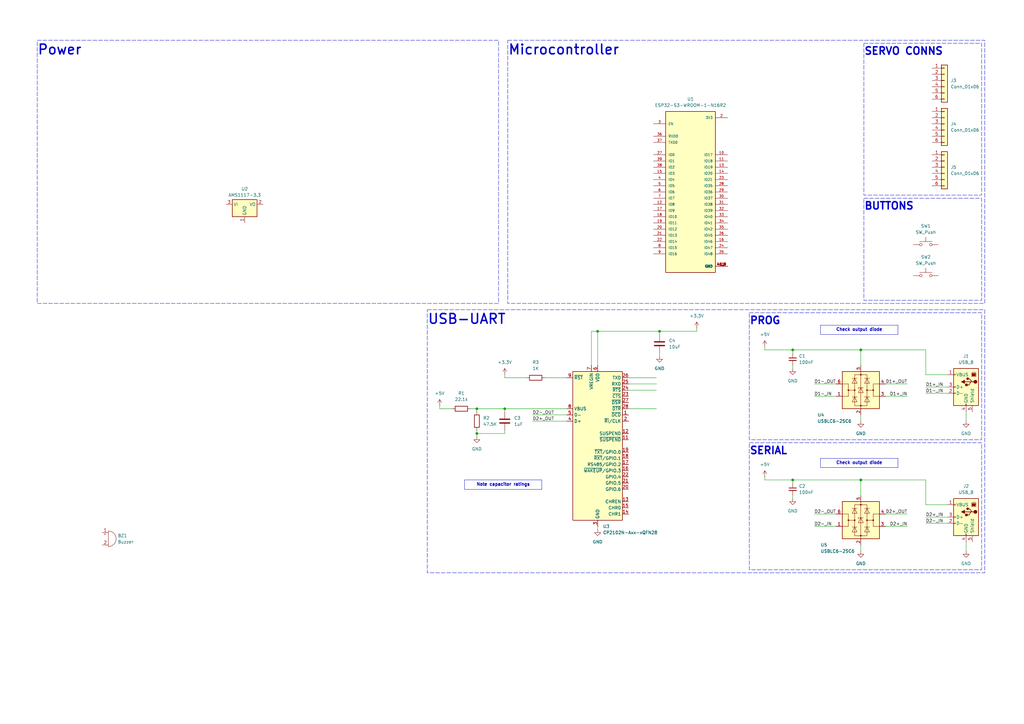
<source format=kicad_sch>
(kicad_sch (version 20230121) (generator eeschema)
  (paper "A3")
  (title_block (title "GDIP TEST TUBE HARDWARE ") (date "2023-11-03") (rev "Issue A"))
  (lib_symbols
    (symbol "Connector:USB_B" (pin_names (offset 1.016))
      (property "Reference" "J" (at -5.08 11.43 0))
      (property "Value" "USB_B" (at -5.08 8.89 0))
      (symbol "USB_B_0_1"
        (rectangle (start -5.08 -7.62) (end 5.08 7.62) (stroke (width 0.254)) (fill (type background)))
        (circle (center -3.81 2.159) (radius 0.635) (stroke (width 0.254)) (fill (type outline)))
        (rectangle (start -3.81 5.588) (end -2.54 4.572) (fill (type outline)))
        (circle (center -0.635 3.429) (radius 0.381) (stroke (width 0.254)) (fill (type outline)))
        (rectangle (start -0.127 -7.62) (end 0.127 -6.858))
        (polyline (pts (xy -1.905 2.159) (xy 0.635 2.159)) (stroke (width 0.254)))
        (polyline (pts (xy -3.175 2.159) (xy -2.54 2.159) (xy -1.27 3.429) (xy -0.635 3.429)) (stroke (width 0.254)))
        (polyline (pts (xy -2.54 2.159) (xy -1.905 2.159) (xy -1.27 0.889) (xy 0 0.889)) (stroke (width 0.254)))
        (polyline (pts (xy 0.635 2.794) (xy 0.635 1.524) (xy 1.905 2.159) (xy 0.635 2.794)) (stroke (width 0.254)) (fill (type outline)))
        (polyline (pts (xy -4.064 4.318) (xy -2.286 4.318) (xy -2.286 5.715) (xy -2.667 6.096) (xy -3.683 6.096) (xy -4.064 5.715) (xy -4.064 4.318)))
        (rectangle (start 0.254 1.27) (end -0.508 0.508) (stroke (width 0.254)) (fill (type outline)))
        (rectangle (start 5.08 -2.667) (end 4.318 -2.413))
        (rectangle (start 5.08 -0.127) (end 4.318 0.127))
        (rectangle (start 5.08 4.953) (end 4.318 5.207))
      )
      (symbol "USB_B_1_1"
        (pin power_out line (at 7.62 5.08 180) (length 2.54) (name "VBUS") (number "1"))
        (pin bidirectional line (at 7.62 -2.54 180) (length 2.54) (name "D-") (number "2"))
        (pin bidirectional line (at 7.62 0 180) (length 2.54) (name "D+") (number "3"))
        (pin power_out line (at 0 -10.16 90) (length 2.54) (name "GND") (number "4"))
        (pin passive line (at -2.54 -10.16 90) (length 2.54) (name "Shield") (number "5"))
      )
    )
    (symbol "Connector_Generic:Conn_01x06" (pin_names (offset 1.016) hide)
      (property "Reference" "J" (at 0 7.62 0))
      (property "Value" "Conn_01x06" (at 0 -10.16 0))
      (symbol "Conn_01x06_1_1"
        (rectangle (start -1.27 -7.493) (end 0 -7.747) (stroke (width 0.1524)))
        (rectangle (start -1.27 -4.953) (end 0 -5.207) (stroke (width 0.1524)))
        (rectangle (start -1.27 -2.413) (end 0 -2.667) (stroke (width 0.1524)))
        (rectangle (start -1.27 0.127) (end 0 -0.127) (stroke (width 0.1524)))
        (rectangle (start -1.27 2.667) (end 0 2.413) (stroke (width 0.1524)))
        (rectangle (start -1.27 5.207) (end 0 4.953) (stroke (width 0.1524)))
        (rectangle (start -1.27 6.35) (end 1.27 -8.89) (stroke (width 0.254)) (fill (type background)))
        (pin passive line (at -5.08 5.08 0) (length 3.81) (name "Pin_1") (number "1"))
        (pin passive line (at -5.08 2.54 0) (length 3.81) (name "Pin_2") (number "2"))
        (pin passive line (at -5.08 0 0) (length 3.81) (name "Pin_3") (number "3"))
        (pin passive line (at -5.08 -2.54 0) (length 3.81) (name "Pin_4") (number "4"))
        (pin passive line (at -5.08 -5.08 0) (length 3.81) (name "Pin_5") (number "5"))
        (pin passive line (at -5.08 -7.62 0) (length 3.81) (name "Pin_6") (number "6"))
      )
    )
    (symbol "Device:Buzzer" (pin_names (offset 0.0254) hide)
      (property "Reference" "BZ" (at 3.81 1.27 0))
      (property "Value" "Buzzer" (at 3.81 -1.27 0))
      (symbol "Buzzer_0_1"
        (arc (start 0 -3.175) (mid 3.1612 0) (end 0 3.175))
        (polyline (pts (xy -1.651 1.905) (xy -1.143 1.905)))
        (polyline (pts (xy -1.397 2.159) (xy -1.397 1.651)))
        (polyline (pts (xy 0 3.175) (xy 0 -3.175)))
      )
      (symbol "Buzzer_1_1"
        (pin passive line (at -2.54 2.54 0) (length 2.54) (name "-") (number "1"))
        (pin passive line (at -2.54 -2.54 0) (length 2.54) (name "+") (number "2"))
      )
    )
    (symbol "Device:C" (pin_numbers hide) (pin_names (offset 0.254))
      (property "Reference" "C" (at 0.635 2.54 0))
      (property "Value" "C" (at 0.635 -2.54 0))
      (symbol "C_0_1"
        (polyline (pts (xy -2.032 -0.762) (xy 2.032 -0.762)) (stroke (width 0.508)))
        (polyline (pts (xy -2.032 0.762) (xy 2.032 0.762)) (stroke (width 0.508)))
      )
      (symbol "C_1_1"
        (pin passive line (at 0 3.81 270) (length 2.794) (name "~") (number "1"))
        (pin passive line (at 0 -3.81 90) (length 2.794) (name "~") (number "2"))
      )
    )
    (symbol "Device:C_Small" (pin_numbers hide) (pin_names (offset 0.254) hide)
      (property "Reference" "C" (at 0.254 1.778 0))
      (property "Value" "C_Small" (at 0.254 -2.032 0))
      (symbol "C_Small_0_1"
        (polyline (pts (xy -1.524 -0.508) (xy 1.524 -0.508)) (stroke (width 0.3302)))
        (polyline (pts (xy -1.524 0.508) (xy 1.524 0.508)) (stroke (width 0.3048)))
      )
      (symbol "C_Small_1_1"
        (pin passive line (at 0 2.54 270) (length 2.032) (name "~") (number "1"))
        (pin passive line (at 0 -2.54 90) (length 2.032) (name "~") (number "2"))
      )
    )
    (symbol "Device:R" (pin_numbers hide) (pin_names (offset 0))
      (property "Reference" "R" (at 2.032 0 90))
      (property "Value" "R" (at 0 0 90))
      (symbol "R_0_1"
        (rectangle (start -1.016 -2.54) (end 1.016 2.54) (stroke (width 0.254)))
      )
      (symbol "R_1_1"
        (pin passive line (at 0 3.81 270) (length 1.27) (name "~") (number "1"))
        (pin passive line (at 0 -3.81 90) (length 1.27) (name "~") (number "2"))
      )
    )
    (symbol "Interface_USB:CP2102N-Axx-xQFN28"
      (property "Reference" "U" (at -8.89 31.75 0))
      (property "Value" "CP2102N-Axx-xQFN28" (at 12.7 31.75 0))
      (symbol "CP2102N-Axx-xQFN28_0_1"
        (rectangle (start -10.16 30.48) (end 10.16 -30.48) (stroke (width 0.254)) (fill (type background)))
      )
      (symbol "CP2102N-Axx-xQFN28_1_1"
        (pin input line (at 12.7 12.7 180) (length 2.54) (name "~{DCD}") (number "1"))
        (pin no_connect line (at -10.16 -27.94 0) (length 2.54) hide (name "NC") (number "10"))
        (pin output line (at 12.7 2.54 180) (length 2.54) (name "~{SUSPEND}") (number "11"))
        (pin output line (at 12.7 5.08 180) (length 2.54) (name "SUSPEND") (number "12"))
        (pin output line (at 12.7 -22.86 180) (length 2.54) (name "CHREN") (number "13"))
        (pin output line (at 12.7 -27.94 180) (length 2.54) (name "CHR1") (number "14"))
        (pin output line (at 12.7 -25.4 180) (length 2.54) (name "CHR0") (number "15"))
        (pin bidirectional line (at 12.7 -10.16 180) (length 2.54) (name "~{WAKEUP}/GPIO.3") (number "16"))
        (pin bidirectional line (at 12.7 -7.62 180) (length 2.54) (name "RS485/GPIO.2") (number "17"))
        (pin bidirectional line (at 12.7 -5.08 180) (length 2.54) (name "~{RXT}/GPIO.1") (number "18"))
        (pin bidirectional line (at 12.7 -2.54 180) (length 2.54) (name "~{TXT}/GPIO.0") (number "19"))
        (pin bidirectional line (at 12.7 10.16 180) (length 2.54) (name "~{RI}/CLK") (number "2"))
        (pin bidirectional line (at 12.7 -17.78 180) (length 2.54) (name "GPIO.6") (number "20"))
        (pin bidirectional line (at 12.7 -15.24 180) (length 2.54) (name "GPIO.5") (number "21"))
        (pin bidirectional line (at 12.7 -12.7 180) (length 2.54) (name "GPIO.4") (number "22"))
        (pin input line (at 12.7 20.32 180) (length 2.54) (name "~{CTS}") (number "23"))
        (pin output line (at 12.7 22.86 180) (length 2.54) (name "~{RTS}") (number "24"))
        (pin input line (at 12.7 25.4 180) (length 2.54) (name "RXD") (number "25"))
        (pin output line (at 12.7 27.94 180) (length 2.54) (name "TXD") (number "26"))
        (pin input line (at 12.7 17.78 180) (length 2.54) (name "~{DSR}") (number "27"))
        (pin output line (at 12.7 15.24 180) (length 2.54) (name "~{DTR}") (number "28"))
        (pin passive line (at 0 -33.02 90) (length 2.54) hide (name "GND") (number "29"))
        (pin power_in line (at 0 -33.02 90) (length 2.54) (name "GND") (number "3"))
        (pin bidirectional line (at -12.7 10.16 0) (length 2.54) (name "D+") (number "4"))
        (pin bidirectional line (at -12.7 12.7 0) (length 2.54) (name "D-") (number "5"))
        (pin power_in line (at 0 33.02 270) (length 2.54) (name "VDD") (number "6"))
        (pin power_in line (at -2.54 33.02 270) (length 2.54) (name "VREGIN") (number "7"))
        (pin input line (at -12.7 15.24 0) (length 2.54) (name "VBUS") (number "8"))
        (pin input line (at -12.7 27.94 0) (length 2.54) (name "~{RST}") (number "9"))
      )
    )
    (symbol "Power_Protection:USBLC6-2SC6" (pin_names hide)
      (property "Reference" "U" (at 2.54 8.89 0))
      (property "Value" "USBLC6-2SC6" (at 2.54 -8.89 0))
      (symbol "USBLC6-2SC6_0_1"
        (rectangle (start -7.62 -7.62) (end 7.62 7.62) (stroke (width 0.254)) (fill (type background)))
        (circle (center -5.08 0) (radius 0.254) (fill (type outline)))
        (circle (center -2.54 0) (radius 0.254) (fill (type outline)))
        (rectangle (start -2.54 6.35) (end 2.54 -6.35))
        (circle (center 0 -6.35) (radius 0.254) (fill (type outline)))
        (polyline (pts (xy -5.08 -2.54) (xy -7.62 -2.54)))
        (polyline (pts (xy -5.08 0) (xy -5.08 -2.54)))
        (polyline (pts (xy -5.08 2.54) (xy -7.62 2.54)))
        (polyline (pts (xy -1.524 -2.794) (xy -3.556 -2.794)))
        (polyline (pts (xy -1.524 4.826) (xy -3.556 4.826)))
        (polyline (pts (xy 0 -7.62) (xy 0 -6.35)))
        (polyline (pts (xy 0 -6.35) (xy 0 1.27)))
        (polyline (pts (xy 0 1.27) (xy 0 6.35)))
        (polyline (pts (xy 0 6.35) (xy 0 7.62)))
        (polyline (pts (xy 1.524 -2.794) (xy 3.556 -2.794)))
        (polyline (pts (xy 1.524 4.826) (xy 3.556 4.826)))
        (polyline (pts (xy 5.08 -2.54) (xy 7.62 -2.54)))
        (polyline (pts (xy 5.08 0) (xy 5.08 -2.54)))
        (polyline (pts (xy 5.08 2.54) (xy 7.62 2.54)))
        (polyline (pts (xy -2.54 0) (xy -5.08 0) (xy -5.08 2.54)))
        (polyline (pts (xy 2.54 0) (xy 5.08 0) (xy 5.08 2.54)))
        (polyline (pts (xy -3.556 -4.826) (xy -1.524 -4.826) (xy -2.54 -2.794) (xy -3.556 -4.826)))
        (polyline (pts (xy -3.556 2.794) (xy -1.524 2.794) (xy -2.54 4.826) (xy -3.556 2.794)))
        (polyline (pts (xy -1.016 -1.016) (xy 1.016 -1.016) (xy 0 1.016) (xy -1.016 -1.016)))
        (polyline (pts (xy 1.016 1.016) (xy 0.762 1.016) (xy -1.016 1.016) (xy -1.016 0.508)))
        (polyline (pts (xy 3.556 -4.826) (xy 1.524 -4.826) (xy 2.54 -2.794) (xy 3.556 -4.826)))
        (polyline (pts (xy 3.556 2.794) (xy 1.524 2.794) (xy 2.54 4.826) (xy 3.556 2.794)))
        (circle (center 0 6.35) (radius 0.254) (fill (type outline)))
        (circle (center 2.54 0) (radius 0.254) (fill (type outline)))
        (circle (center 5.08 0) (radius 0.254) (fill (type outline)))
      )
      (symbol "USBLC6-2SC6_1_1"
        (pin passive line (at -10.16 -2.54 0) (length 2.54) (name "I/O1") (number "1"))
        (pin passive line (at 0 -10.16 90) (length 2.54) (name "GND") (number "2"))
        (pin passive line (at 10.16 -2.54 180) (length 2.54) (name "I/O2") (number "3"))
        (pin passive line (at 10.16 2.54 180) (length 2.54) (name "I/O2") (number "4"))
        (pin passive line (at 0 10.16 270) (length 2.54) (name "VBUS") (number "5"))
        (pin passive line (at -10.16 2.54 0) (length 2.54) (name "I/O1") (number "6"))
      )
    )
    (symbol "Regulator_Linear:AMS1117-3.3"
      (property "Reference" "U" (at -3.81 3.175 0))
      (property "Value" "AMS1117-3.3" (at 0 3.175 0))
      (symbol "AMS1117-3.3_0_1"
        (rectangle (start -5.08 -5.08) (end 5.08 1.905) (stroke (width 0.254)) (fill (type background)))
      )
      (symbol "AMS1117-3.3_1_1"
        (pin power_in line (at 0 -7.62 90) (length 2.54) (name "GND") (number "1"))
        (pin power_out line (at 7.62 0 180) (length 2.54) (name "VO") (number "2"))
        (pin power_in line (at -7.62 0 0) (length 2.54) (name "VI") (number "3"))
      )
    )
    (symbol "Switch:SW_Push" (pin_numbers hide) (pin_names (offset 1.016) hide)
      (property "Reference" "SW" (at 1.27 2.54 0))
      (property "Value" "SW_Push" (at 0 -1.524 0))
      (symbol "SW_Push_0_1"
        (circle (center -2.032 0) (radius 0.508))
        (polyline (pts (xy 0 1.27) (xy 0 3.048)))
        (polyline (pts (xy 2.54 1.27) (xy -2.54 1.27)))
        (circle (center 2.032 0) (radius 0.508))
        (pin passive line (at -5.08 0 0) (length 2.54) (name "1") (number "1"))
        (pin passive line (at 5.08 0 180) (length 2.54) (name "2") (number "2"))
      )
    )
    (symbol "gdip-test-tube:ESP32-S3-WROOM-1-N16R2" (pin_names (offset 1.016))
      (property "Reference" "U" (at -10.16 34.1122 0))
      (property "Value" "ESP32-S3-WROOM-1-N16R2" (at -10.16 -35.56 0))
      (symbol "ESP32-S3-WROOM-1-N16R2_0_0"
        (rectangle (start -10.16 -33.02) (end 10.16 33.02) (stroke (width 0.254)) (fill (type background)))
        (pin power_in line (at 15.24 -30.48 180) (length 5.08) (name "GND") (number "1"))
        (pin bidirectional line (at 15.24 15.24 180) (length 5.08) (name "IO17") (number "10"))
        (pin bidirectional line (at 15.24 12.7 180) (length 5.08) (name "IO18") (number "11"))
        (pin bidirectional line (at -15.24 -5.08 0) (length 5.08) (name "IO8") (number "12"))
        (pin bidirectional line (at 15.24 10.16 180) (length 5.08) (name "IO19") (number "13"))
        (pin bidirectional line (at 15.24 7.62 180) (length 5.08) (name "IO20") (number "14"))
        (pin bidirectional line (at -15.24 7.62 0) (length 5.08) (name "IO3") (number "15"))
        (pin bidirectional line (at 15.24 -20.32 180) (length 5.08) (name "IO46") (number "16"))
        (pin bidirectional line (at -15.24 -7.62 0) (length 5.08) (name "IO9") (number "17"))
        (pin bidirectional line (at -15.24 -10.16 0) (length 5.08) (name "IO10") (number "18"))
        (pin bidirectional line (at -15.24 -12.7 0) (length 5.08) (name "IO11") (number "19"))
        (pin power_in line (at 15.24 30.48 180) (length 5.08) (name "3V3") (number "2"))
        (pin bidirectional line (at -15.24 -15.24 0) (length 5.08) (name "IO12") (number "20"))
        (pin bidirectional line (at -15.24 -17.78 0) (length 5.08) (name "IO13") (number "21"))
        (pin bidirectional line (at -15.24 -20.32 0) (length 5.08) (name "IO14") (number "22"))
        (pin bidirectional line (at 15.24 5.08 180) (length 5.08) (name "IO21") (number "23"))
        (pin bidirectional line (at 15.24 -22.86 180) (length 5.08) (name "IO47") (number "24"))
        (pin bidirectional line (at 15.24 -25.4 180) (length 5.08) (name "IO48") (number "25"))
        (pin bidirectional line (at 15.24 -17.78 180) (length 5.08) (name "IO45") (number "26"))
        (pin bidirectional line (at -15.24 15.24 0) (length 5.08) (name "IO0") (number "27"))
        (pin bidirectional line (at 15.24 2.54 180) (length 5.08) (name "IO35") (number "28"))
        (pin bidirectional line (at 15.24 0 180) (length 5.08) (name "IO36") (number "29"))
        (pin input line (at -15.24 27.94 0) (length 5.08) (name "EN") (number "3"))
        (pin bidirectional line (at 15.24 -2.54 180) (length 5.08) (name "IO37") (number "30"))
        (pin bidirectional line (at 15.24 -5.08 180) (length 5.08) (name "IO38") (number "31"))
        (pin bidirectional line (at 15.24 -7.62 180) (length 5.08) (name "IO39") (number "32"))
        (pin bidirectional line (at 15.24 -10.16 180) (length 5.08) (name "IO40") (number "33"))
        (pin bidirectional line (at 15.24 -12.7 180) (length 5.08) (name "IO41") (number "34"))
        (pin bidirectional line (at 15.24 -15.24 180) (length 5.08) (name "IO42") (number "35"))
        (pin bidirectional line (at -15.24 22.86 0) (length 5.08) (name "RXD0") (number "36"))
        (pin bidirectional line (at -15.24 20.32 0) (length 5.08) (name "TXD0") (number "37"))
        (pin bidirectional line (at -15.24 10.16 0) (length 5.08) (name "IO2") (number "38"))
        (pin bidirectional line (at -15.24 12.7 0) (length 5.08) (name "IO1") (number "39"))
        (pin bidirectional line (at -15.24 5.08 0) (length 5.08) (name "IO4") (number "4"))
        (pin power_in line (at 15.24 -30.48 180) (length 5.08) (name "GND") (number "40"))
        (pin power_in line (at 15.24 -30.48 180) (length 5.08) (name "GND") (number "41_1"))
        (pin power_in line (at 15.24 -30.48 180) (length 5.08) (name "GND") (number "41_2"))
        (pin power_in line (at 15.24 -30.48 180) (length 5.08) (name "GND") (number "41_3"))
        (pin power_in line (at 15.24 -30.48 180) (length 5.08) (name "GND") (number "41_4"))
        (pin power_in line (at 15.24 -30.48 180) (length 5.08) (name "GND") (number "41_5"))
        (pin power_in line (at 15.24 -30.48 180) (length 5.08) (name "GND") (number "41_6"))
        (pin power_in line (at 15.24 -30.48 180) (length 5.08) (name "GND") (number "41_7"))
        (pin power_in line (at 15.24 -30.48 180) (length 5.08) (name "GND") (number "41_8"))
        (pin power_in line (at 15.24 -30.48 180) (length 5.08) (name "GND") (number "41_9"))
        (pin bidirectional line (at -15.24 2.54 0) (length 5.08) (name "IO5") (number "5"))
        (pin bidirectional line (at -15.24 0 0) (length 5.08) (name "IO6") (number "6"))
        (pin bidirectional line (at -15.24 -2.54 0) (length 5.08) (name "IO7") (number "7"))
        (pin bidirectional line (at -15.24 -22.86 0) (length 5.08) (name "IO15") (number "8"))
        (pin bidirectional line (at -15.24 -25.4 0) (length 5.08) (name "IO16") (number "9"))
      )
    )
    (symbol "power:+3.3V" (power) (pin_names (offset 0))
      (property "Value" "+3.3V" (at 0 3.556 0))
      (symbol "+3.3V_0_1"
        (polyline (pts (xy -0.762 1.27) (xy 0 2.54)))
        (polyline (pts (xy 0 0) (xy 0 2.54)))
        (polyline (pts (xy 0 2.54) (xy 0.762 1.27)))
      )
      (symbol "+3.3V_1_1"
        (pin power_in line (at 0 0 90) (length 0) hide (name "+3.3V") (number "1"))
      )
    )
    (symbol "power:+5V" (power) (pin_names (offset 0))
      (property "Value" "+5V" (at 0 3.556 0))
      (symbol "+5V_0_1"
        (polyline (pts (xy -0.762 1.27) (xy 0 2.54)))
        (polyline (pts (xy 0 0) (xy 0 2.54)))
        (polyline (pts (xy 0 2.54) (xy 0.762 1.27)))
      )
      (symbol "+5V_1_1"
        (pin power_in line (at 0 0 90) (length 0) hide (name "+5V") (number "1"))
      )
    )
    (symbol "power:GND" (power) (pin_names (offset 0))
      (property "Value" "GND" (at 0 -3.81 0))
      (symbol "GND_0_1"
        (polyline (pts (xy 0 0) (xy 0 -1.27) (xy 1.27 -1.27) (xy 0 -2.54) (xy -1.27 -1.27) (xy 0 -1.27)))
      )
      (symbol "GND_1_1"
        (pin power_in line (at 0 0 270) (length 0) hide (name "GND") (number "1"))
      )
    )
  )
  (junction (at 325.12 143.51))
  (junction (at 245.11 135.89))
  (junction (at 353.06 196.85))
  (junction (at 325.12 196.85))
  (junction (at 195.58 167.64))
  (junction (at 270.51 135.89))
  (junction (at 195.58 177.8))
  (junction (at 207.01 167.64))
  (junction (at 353.06 143.51))
  (wire (pts (xy 195.58 167.64) (xy 195.58 168.91)))
  (wire (pts (xy 353.06 143.51) (xy 353.06 149.86)))
  (wire (pts (xy 334.01 210.82) (xy 342.9 210.82)))
  (wire (pts (xy 207.01 153.67) (xy 207.01 154.94)))
  (wire (pts (xy 325.12 196.85) (xy 325.12 198.12)))
  (wire (pts (xy 379.73 158.75) (xy 388.62 158.75)))
  (wire (pts (xy 242.57 135.89) (xy 245.11 135.89)))
  (wire (pts (xy 195.58 177.8) (xy 207.01 177.8)))
  (wire (pts (xy 325.12 203.2) (xy 325.12 204.47)))
  (wire (pts (xy 215.9 154.94) (xy 207.01 154.94)))
  (wire (pts (xy 372.11 162.56) (xy 363.22 162.56)))
  (wire (pts (xy 353.06 196.85) (xy 353.06 203.2)))
  (wire (pts (xy 379.73 161.29) (xy 388.62 161.29)))
  (wire (pts (xy 193.04 167.64) (xy 195.58 167.64)))
  (wire (pts (xy 372.11 210.82) (xy 363.22 210.82)))
  (wire (pts (xy 325.12 149.86) (xy 325.12 151.13)))
  (wire (pts (xy 334.01 157.48) (xy 342.9 157.48)))
  (wire (pts (xy 313.69 142.24) (xy 313.69 143.51)))
  (wire (pts (xy 195.58 176.53) (xy 195.58 177.8)))
  (wire (pts (xy 313.69 195.58) (xy 313.69 196.85)))
  (wire (pts (xy 372.11 215.9) (xy 363.22 215.9)))
  (wire (pts (xy 379.73 196.85) (xy 379.73 207.01)))
  (wire (pts (xy 180.34 166.37) (xy 180.34 167.64)))
  (wire (pts (xy 379.73 153.67) (xy 388.62 153.67)))
  (wire (pts (xy 218.44 172.72) (xy 232.41 172.72)))
  (wire (pts (xy 334.01 215.9) (xy 342.9 215.9)))
  (wire (pts (xy 379.73 207.01) (xy 388.62 207.01)))
  (wire (pts (xy 325.12 196.85) (xy 353.06 196.85)))
  (wire (pts (xy 325.12 143.51) (xy 353.06 143.51)))
  (wire (pts (xy 207.01 168.91) (xy 207.01 167.64)))
  (wire (pts (xy 257.81 154.94) (xy 269.24 154.94)))
  (wire (pts (xy 285.75 134.62) (xy 285.75 135.89)))
  (wire (pts (xy 245.11 135.89) (xy 270.51 135.89)))
  (wire (pts (xy 379.73 143.51) (xy 353.06 143.51)))
  (wire (pts (xy 270.51 135.89) (xy 270.51 137.16)))
  (wire (pts (xy 257.81 167.64) (xy 269.24 167.64)))
  (wire (pts (xy 334.01 162.56) (xy 342.9 162.56)))
  (wire (pts (xy 372.11 157.48) (xy 363.22 157.48)))
  (wire (pts (xy 396.24 222.25) (xy 396.24 226.06)))
  (wire (pts (xy 379.73 212.09) (xy 388.62 212.09)))
  (wire (pts (xy 257.81 160.02) (xy 269.24 160.02)))
  (wire (pts (xy 353.06 223.52) (xy 353.06 226.06)))
  (wire (pts (xy 379.73 143.51) (xy 379.73 153.67)))
  (wire (pts (xy 313.69 143.51) (xy 325.12 143.51)))
  (wire (pts (xy 185.42 167.64) (xy 180.34 167.64)))
  (wire (pts (xy 218.44 170.18) (xy 232.41 170.18)))
  (wire (pts (xy 195.58 167.64) (xy 207.01 167.64)))
  (wire (pts (xy 207.01 177.8) (xy 207.01 176.53)))
  (wire (pts (xy 245.11 215.9) (xy 245.11 217.17)))
  (wire (pts (xy 379.73 196.85) (xy 353.06 196.85)))
  (wire (pts (xy 245.11 135.89) (xy 245.11 149.86)))
  (wire (pts (xy 325.12 143.51) (xy 325.12 144.78)))
  (wire (pts (xy 313.69 196.85) (xy 325.12 196.85)))
  (wire (pts (xy 270.51 135.89) (xy 285.75 135.89)))
  (wire (pts (xy 223.52 154.94) (xy 232.41 154.94)))
  (wire (pts (xy 353.06 170.18) (xy 353.06 172.72)))
  (wire (pts (xy 257.81 157.48) (xy 269.24 157.48)))
  (wire (pts (xy 207.01 167.64) (xy 232.41 167.64)))
  (wire (pts (xy 270.51 144.78) (xy 270.51 146.05)))
  (wire (pts (xy 242.57 135.89) (xy 242.57 149.86)))
  (wire (pts (xy 195.58 177.8) (xy 195.58 179.07)))
  (wire (pts (xy 379.73 214.63) (xy 388.62 214.63)))
  (wire (pts (xy 396.24 168.91) (xy 396.24 172.72)))
  (rectangle (start 354.33 81.28) (end 402.59 123.19) (stroke (width 0) (type dash)))
  (rectangle (start 307.34 181.61) (end 402.59 233.68) (stroke (width 0) (type dash)))
  (rectangle (start 15.24 16.51) (end 204.47 124.46) (stroke (width 0) (type dash)))
  (rectangle (start 354.33 17.78) (end 402.59 80.01) (stroke (width 0) (type dash)))
  (rectangle (start 208.28 16.51) (end 403.86 124.46) (stroke (width 0) (type dash)))
  (rectangle (start 175.26 127) (end 403.86 234.95) (stroke (width 0) (type dash)))
  (rectangle (start 307.34 128.27) (end 402.59 180.34) (stroke (width 0) (type dash)))
  (text_box "Note capacitor ratings" (at 190.5 196.85 0) (size 31.75 3.81) (fill (type color) (color 255 255 255 1)) (effects (font (size 1.27 1.27) (thickness 0.254) bold) (justify top)))
  (text_box "Check output diode" (at 336.55 187.96 0) (size 31.75 3.81) (fill (type color) (color 255 255 255 1)) (effects (font (size 1.27 1.27) (thickness 0.254) bold) (justify top)))
  (text_box "Check output diode" (at 336.55 133.35 0) (size 31.75 3.81) (fill (type color) (color 255 255 255 1)) (effects (font (size 1.27 1.27) (thickness 0.254) bold) (justify top)))
  (text "SERVO CONNS" (at 354.33 22.86 0) (effects (font (size 3 3) (thickness 0.6) bold) (justify left bottom)))
  (text "SERIAL" (at 307.34 186.69 0) (effects (font (size 3 3) (thickness 0.6) bold) (justify left bottom)))
  (text "PROG" (at 307.34 133.35 0) (effects (font (size 3 3) (thickness 0.6) bold) (justify left bottom)))
  (text "Microcontroller" (at 208.28 22.86 0) (effects (font (size 4 4) (thickness 0.6) bold) (justify left bottom)))
  (text "BUTTONS" (at 354.33 86.36 0) (effects (font (size 3 3) (thickness 0.6) bold) (justify left bottom)))
  (text "Power" (at 15.24 22.86 0) (effects (font (size 4 4) (thickness 0.6) bold) (justify left bottom)))
  (text "USB-UART" (at 175.26 133.35 0) (effects (font (size 4 4) (thickness 0.6) bold) (justify left bottom)))
  (label "D1-_IN" (at 379.73 161.29 0))
  (label "D2+_IN" (at 379.73 212.09 0))
  (label "D2+_IN" (at 372.11 215.9 180))
  (label "D2-_IN" (at 379.73 214.63 0))
  (label "D1-_IN" (at 334.01 162.56 0))
  (label "D1-_OUT" (at 334.01 157.48 0))
  (label "D1+_IN" (at 379.73 158.75 0))
  (label "D1+_IN" (at 372.11 162.56 180))
  (label "D2-_OUT" (at 334.01 210.82 0))
  (label "D2-_OUT" (at 218.44 170.18 0))
  (label "D2-_IN" (at 334.01 215.9 0))
  (label "D1+_OUT" (at 372.11 157.48 180))
  (label "D2+_OUT" (at 218.44 172.72 0))
  (label "D2+_OUT" (at 372.11 210.82 180))
  (symbol (lib_id "power:GND") (at 353.06 172.72 0) (unit 1)
    (property "Reference" "#PWR04" (effects hide))
    (property "Value" "GND" (at 353.06 177.8 0))
  )
  (symbol (lib_id "Device:C") (at 270.51 140.97 0) (unit 1)
    (property "Reference" "C4" (at 274.32 139.7 0) (effects (justify left)))
    (property "Value" "10uF" (at 274.32 142.24 0) (effects (justify left)))
  )
  (symbol (lib_id "Interface_USB:CP2102N-Axx-xQFN28") (at 245.11 182.88 0) (unit 1)
    (property "Reference" "U3" (at 247.3041 215.9 0) (effects (justify left)))
    (property "Value" "CP2102N-Axx-xQFN28" (at 247.3041 218.44 0) (effects (justify left)))
    (property "Footprint" "Package_DFN_QFN:QFN-28-1EP_5x5mm_P0.5mm_EP3.35x3.35mm" (effects hide))
    (property "Datasheet" "https://www.silabs.com/documents/public/data-sheets/cp2102n-datasheet.pdf" (effects hide))
  )
  (symbol (lib_id "Device:R") (at 189.23 167.64 90) (unit 1)
    (property "Reference" "R1" (at 189.23 161.29 90))
    (property "Value" "22.1k" (at 189.23 163.83 90))
  )
  (symbol (lib_id "Device:Buzzer") (at 44.45 220.98 0) (unit 1)
    (property "Reference" "BZ1" (at 48.26 219.71 0) (effects (justify left)))
    (property "Value" "Buzzer" (at 48.26 222.25 0) (effects (justify left)))
  )
  (symbol (lib_id "Device:C_Small") (at 325.12 200.66 0) (unit 1)
    (property "Reference" "C2" (at 327.66 199.3963 0) (effects (justify left)))
    (property "Value" "100nF" (at 327.66 201.93 0) (effects (justify left)))
  )
  (symbol (lib_id "Device:R") (at 219.71 154.94 90) (unit 1)
    (property "Reference" "R3" (at 219.71 148.59 90))
    (property "Value" "1K" (at 219.71 151.13 90))
  )
  (symbol (lib_id "power:GND") (at 195.58 179.07 0) (unit 1)
    (property "Reference" "#PWR09" (effects hide))
    (property "Value" "GND" (at 195.58 184.15 0))
  )
  (symbol (lib_id "Switch:SW_Push") (at 379.73 113.03 0) (unit 1)
    (property "Reference" "SW2" (at 379.73 105.41 0))
    (property "Value" "SW_Push" (at 379.73 107.95 0))
  )
  (symbol (lib_id "Regulator_Linear:AMS1117-3.3") (at 100.33 83.82 0) (unit 1)
    (property "Reference" "U2" (at 100.33 77.47 0))
    (property "Value" "AMS1117-3.3" (at 100.33 80.01 0))
    (property "Footprint" "Package_TO_SOT_SMD:SOT-223-3_TabPin2" (effects hide))
    (property "Datasheet" "http://www.advanced-monolithic.com/pdf/ds1117.pdf" (effects hide))
  )
  (symbol (lib_id "power:GND") (at 325.12 151.13 0) (unit 1)
    (property "Reference" "#PWR05" (effects hide))
    (property "Value" "GND" (at 325.12 156.21 0))
  )
  (symbol (lib_id "Device:C") (at 207.01 172.72 0) (unit 1)
    (property "Reference" "C3" (at 210.82 171.45 0) (effects (justify left)))
    (property "Value" "1uF" (at 210.82 173.99 0) (effects (justify left)))
  )
  (symbol (lib_id "power:+3.3V") (at 207.01 153.67 0) (unit 1)
    (property "Reference" "#PWR013" (effects hide))
    (property "Value" "+3.3V" (at 207.01 148.59 0))
  )
  (symbol (lib_id "Connector:USB_B") (at 396.24 212.09 0) (mirror y) (unit 1)
    (property "Reference" "J2" (at 396.24 199.39 0))
    (property "Value" "USB_B" (at 396.24 201.93 0))
    (property "Datasheet" " ~" (effects hide))
  )
  (symbol (lib_id "power:+3.3V") (at 285.75 134.62 0) (unit 1)
    (property "Reference" "#PWR012" (effects hide))
    (property "Value" "+3.3V" (at 285.75 129.54 0))
  )
  (symbol (lib_id "power:GND") (at 245.11 217.17 0) (unit 1)
    (property "Reference" "#PWR014" (effects hide))
    (property "Value" "GND" (at 245.11 222.25 0))
  )
  (symbol (lib_id "power:GND") (at 353.06 226.06 0) (unit 1)
    (property "Reference" "#PWR03" (effects hide))
    (property "Value" "GND" (at 353.06 231.14 0))
  )
  (symbol (lib_id "power:+5V") (at 313.69 142.24 0) (unit 1)
    (property "Reference" "#PWR07" (effects hide))
    (property "Value" "+5V" (at 313.69 137.16 0))
  )
  (symbol (lib_id "power:GND") (at 325.12 204.47 0) (unit 1)
    (property "Reference" "#PWR06" (effects hide))
    (property "Value" "GND" (at 325.12 209.55 0))
  )
  (symbol (lib_id "power:+5V") (at 313.69 195.58 0) (unit 1)
    (property "Reference" "#PWR08" (effects hide))
    (property "Value" "+5V" (at 313.69 190.5 0))
  )
  (symbol (lib_id "Device:C_Small") (at 325.12 147.32 0) (unit 1)
    (property "Reference" "C1" (at 327.66 146.0563 0) (effects (justify left)))
    (property "Value" "100nF" (at 327.66 148.59 0) (effects (justify left)))
  )
  (symbol (lib_id "Connector_Generic:Conn_01x06") (at 387.35 68.58 0) (unit 1)
    (property "Reference" "J5" (at 389.89 68.58 0) (effects (justify left)))
    (property "Value" "Conn_01x06" (at 389.89 71.12 0) (effects (justify left)))
  )
  (symbol (lib_id "Connector:USB_B") (at 396.24 158.75 0) (mirror y) (unit 1)
    (property "Reference" "J1" (at 396.24 146.05 0))
    (property "Value" "USB_B" (at 396.24 148.59 0))
    (property "Datasheet" " ~" (effects hide))
  )
  (symbol (lib_id "Power_Protection:USBLC6-2SC6") (at 353.06 213.36 0) (unit 1)
    (property "Reference" "U5" (at 336.55 223.52 0) (effects (justify left)))
    (property "Value" "USBLC6-2SC6" (at 336.55 226.06 0) (effects (justify left)))
    (property "Footprint" "Package_TO_SOT_SMD:SOT-23-6" (effects hide))
    (property "Datasheet" "https://www.st.com/resource/en/datasheet/usblc6-2.pdf" (effects hide))
  )
  (symbol (lib_id "Connector_Generic:Conn_01x06") (at 387.35 50.8 0) (unit 1)
    (property "Reference" "J4" (at 389.89 50.8 0) (effects (justify left)))
    (property "Value" "Conn_01x06" (at 389.89 53.34 0) (effects (justify left)))
  )
  (symbol (lib_id "power:+5V") (at 180.34 166.37 0) (unit 1)
    (property "Reference" "#PWR010" (effects hide))
    (property "Value" "+5V" (at 180.34 161.29 0))
  )
  (symbol (lib_id "Device:R") (at 195.58 172.72 180) (unit 1)
    (property "Reference" "R2" (at 198.12 171.45 0) (effects (justify right)))
    (property "Value" "47.5K" (at 198.12 173.99 0) (effects (justify right)))
  )
  (symbol (lib_id "power:GND") (at 396.24 226.06 0) (unit 1)
    (property "Reference" "#PWR02" (effects hide))
    (property "Value" "GND" (at 396.24 231.14 0))
  )
  (symbol (lib_id "Switch:SW_Push") (at 379.73 100.33 0) (unit 1)
    (property "Reference" "SW1" (at 379.73 92.71 0))
    (property "Value" "SW_Push" (at 379.73 95.25 0))
  )
  (symbol (lib_id "power:GND") (at 270.51 146.05 0) (unit 1)
    (property "Reference" "#PWR011" (effects hide))
    (property "Value" "GND" (at 270.51 151.13 0))
  )
  (symbol (lib_id "Power_Protection:USBLC6-2SC6") (at 353.06 160.02 0) (unit 1)
    (property "Reference" "U4" (at 335.28 170.18 0) (effects (justify left)))
    (property "Value" "USBLC6-2SC6" (at 335.28 172.72 0) (effects (justify left)))
    (property "Footprint" "Package_TO_SOT_SMD:SOT-23-6" (effects hide))
    (property "Datasheet" "https://www.st.com/resource/en/datasheet/usblc6-2.pdf" (effects hide))
  )
  (symbol (lib_id "gdip-test-tube:ESP32-S3-WROOM-1-N16R2") (at 283.21 78.74 0) (unit 1)
    (property "Reference" "U1" (at 283.21 40.64 0))
    (property "Value" "ESP32-S3-WROOM-1-N16R2" (at 283.21 43.18 0))
    (property "Footprint" "ESP32-S3-WROOM-1-N16R2:XCVR_ESP32-S3-WROOM-1-N16R2" (effects hide))
    (property "MF" "Espressif Systems" (effects hide))
    (property "MAXIMUM_PACKAGE_HEIGHT" "3.25mm" (effects hide))
    (property "Package" "NON STANDARD Espressif Systems" (effects hide))
    (property "Price" "None" (effects hide))
    (property "Check_prices" "https://www.snapeda.com/parts/ESP32-S3-WROOM-1-N16R2/Espressif+Systems/view-part/?ref=eda" (effects hide))
    (property "STANDARD" "Manufacturer Recommendations" (effects hide))
    (property "PARTREV" "v1.0" (effects hide))
    (property "SnapEDA_Link" "https://www.snapeda.com/parts/ESP32-S3-WROOM-1-N16R2/Espressif+Systems/view-part/?ref=snap" (effects hide))
    (property "MP" "ESP32-S3-WROOM-1-N16R2" (effects hide))
    (property "Purchase-URL" "https://www.snapeda.com/api/url_track_click_mouser/?unipart_id=11099128&manufacturer=Espressif Systems&part_name=ESP32-S3-WROOM-1-N16R2&search_term=None" (effects hide))
    (property "Description" "\nBluetooth, WiFi 802.11b/g/n, Bluetooth v5.0 Transceiver Module 2.4GHz PCB Trace Surface Mount\n" (effects hide))
    (property "Availability" "In Stock" (effects hide))
    (property "MANUFACTURER" "Espressif" (effects hide))
  )
  (symbol (lib_id "Connector_Generic:Conn_01x06") (at 387.35 33.02 0) (unit 1)
    (property "Reference" "J3" (at 389.89 33.02 0) (effects (justify left)))
    (property "Value" "Conn_01x06" (at 389.89 35.56 0) (effects (justify left)))
  )
  (symbol (lib_id "power:GND") (at 396.24 172.72 0) (unit 1)
    (property "Reference" "#PWR01" (effects hide))
    (property "Value" "GND" (at 396.24 177.8 0))
  )
)
</source>
